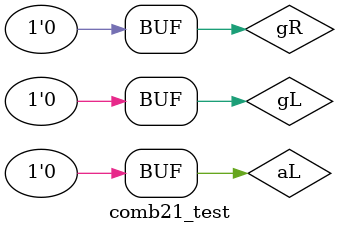
<source format=v>
`timescale 1ns / 1ps


module comb21_test;

	// Inputs
	reg gL;
	reg aL;
	reg gR;

	// Outputs
	wire gout;

	// Instantiate the Unit Under Test (UUT)
	comb21 uut (
		.gL(gL), 
		.aL(aL), 
		.gR(gR), 
		.gout(gout)
	);

	initial begin
		// Initialize Inputs
		gL = 0;
		aL = 0;
		gR = 0;

		// Wait 100 ns for global reset to finish
		#100;
        
		// Add stimulus here

	end
      
endmodule


</source>
